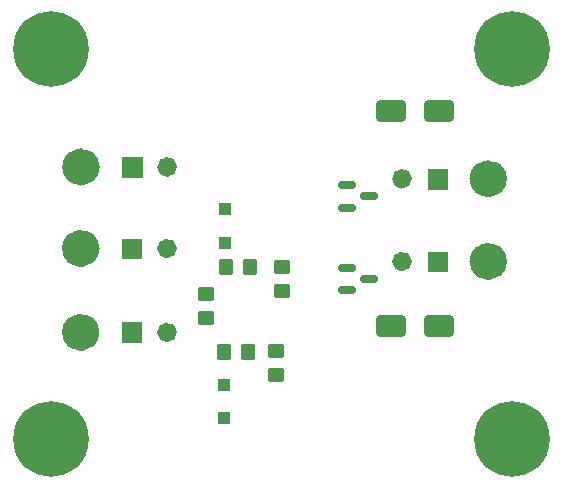
<source format=gbr>
%TF.GenerationSoftware,KiCad,Pcbnew,7.0.1*%
%TF.CreationDate,2023-05-02T18:28:53-06:00*%
%TF.ProjectId,contactor_controller,636f6e74-6163-4746-9f72-5f636f6e7472,rev?*%
%TF.SameCoordinates,Original*%
%TF.FileFunction,Soldermask,Top*%
%TF.FilePolarity,Negative*%
%FSLAX46Y46*%
G04 Gerber Fmt 4.6, Leading zero omitted, Abs format (unit mm)*
G04 Created by KiCad (PCBNEW 7.0.1) date 2023-05-02 18:28:53*
%MOMM*%
%LPD*%
G01*
G04 APERTURE LIST*
G04 Aperture macros list*
%AMRoundRect*
0 Rectangle with rounded corners*
0 $1 Rounding radius*
0 $2 $3 $4 $5 $6 $7 $8 $9 X,Y pos of 4 corners*
0 Add a 4 corners polygon primitive as box body*
4,1,4,$2,$3,$4,$5,$6,$7,$8,$9,$2,$3,0*
0 Add four circle primitives for the rounded corners*
1,1,$1+$1,$2,$3*
1,1,$1+$1,$4,$5*
1,1,$1+$1,$6,$7*
1,1,$1+$1,$8,$9*
0 Add four rect primitives between the rounded corners*
20,1,$1+$1,$2,$3,$4,$5,0*
20,1,$1+$1,$4,$5,$6,$7,0*
20,1,$1+$1,$6,$7,$8,$9,0*
20,1,$1+$1,$8,$9,$2,$3,0*%
G04 Aperture macros list end*
%ADD10C,0.836200*%
%ADD11C,1.576200*%
%ADD12C,0.010000*%
%ADD13RoundRect,0.250000X-0.300000X0.300000X-0.300000X-0.300000X0.300000X-0.300000X0.300000X0.300000X0*%
%ADD14RoundRect,0.250000X0.300000X-0.300000X0.300000X0.300000X-0.300000X0.300000X-0.300000X-0.300000X0*%
%ADD15RoundRect,0.250000X0.450000X-0.350000X0.450000X0.350000X-0.450000X0.350000X-0.450000X-0.350000X0*%
%ADD16RoundRect,0.250000X1.000000X0.650000X-1.000000X0.650000X-1.000000X-0.650000X1.000000X-0.650000X0*%
%ADD17C,3.000000*%
%ADD18RoundRect,0.150000X-0.587500X-0.150000X0.587500X-0.150000X0.587500X0.150000X-0.587500X0.150000X0*%
%ADD19C,0.800000*%
%ADD20C,6.400000*%
%ADD21RoundRect,0.250000X-0.450000X0.350000X-0.450000X-0.350000X0.450000X-0.350000X0.450000X0.350000X0*%
%ADD22RoundRect,0.250000X-0.350000X-0.450000X0.350000X-0.450000X0.350000X0.450000X-0.350000X0.450000X0*%
G04 APERTURE END LIST*
D10*
%TO.C,J3*%
X144818100Y-100500000D02*
G75*
G03*
X144818100Y-100500000I-418100J0D01*
G01*
D11*
X152488100Y-100500000D02*
G75*
G03*
X152488100Y-100500000I-788100J0D01*
G01*
D12*
X148236200Y-101336200D02*
X146563800Y-101336200D01*
X146563800Y-99663800D01*
X148236200Y-99663800D01*
X148236200Y-101336200D01*
G36*
X148236200Y-101336200D02*
G01*
X146563800Y-101336200D01*
X146563800Y-99663800D01*
X148236200Y-99663800D01*
X148236200Y-101336200D01*
G37*
D10*
%TO.C,J4*%
X144818100Y-93500000D02*
G75*
G03*
X144818100Y-93500000I-418100J0D01*
G01*
D11*
X152488100Y-93500000D02*
G75*
G03*
X152488100Y-93500000I-788100J0D01*
G01*
D12*
X148236200Y-94336200D02*
X146563800Y-94336200D01*
X146563800Y-92663800D01*
X148236200Y-92663800D01*
X148236200Y-94336200D01*
G36*
X148236200Y-94336200D02*
G01*
X146563800Y-94336200D01*
X146563800Y-92663800D01*
X148236200Y-92663800D01*
X148236200Y-94336200D01*
G37*
D10*
%TO.C,J6*%
X124918100Y-99400000D02*
G75*
G03*
X124918100Y-99400000I-418100J0D01*
G01*
D11*
X117988100Y-99400000D02*
G75*
G03*
X117988100Y-99400000I-788100J0D01*
G01*
D12*
X122336200Y-100236200D02*
X120663800Y-100236200D01*
X120663800Y-98563800D01*
X122336200Y-98563800D01*
X122336200Y-100236200D01*
G36*
X122336200Y-100236200D02*
G01*
X120663800Y-100236200D01*
X120663800Y-98563800D01*
X122336200Y-98563800D01*
X122336200Y-100236200D01*
G37*
D10*
%TO.C,J5*%
X124918100Y-106500000D02*
G75*
G03*
X124918100Y-106500000I-418100J0D01*
G01*
D11*
X117988100Y-106500000D02*
G75*
G03*
X117988100Y-106500000I-788100J0D01*
G01*
D12*
X122336200Y-107336200D02*
X120663800Y-107336200D01*
X120663800Y-105663800D01*
X122336200Y-105663800D01*
X122336200Y-107336200D01*
G36*
X122336200Y-107336200D02*
G01*
X120663800Y-107336200D01*
X120663800Y-105663800D01*
X122336200Y-105663800D01*
X122336200Y-107336200D01*
G37*
D10*
%TO.C,J1*%
X124928100Y-92500000D02*
G75*
G03*
X124928100Y-92500000I-418100J0D01*
G01*
D11*
X117998100Y-92500000D02*
G75*
G03*
X117998100Y-92500000I-788100J0D01*
G01*
D12*
X122346200Y-93336200D02*
X120673800Y-93336200D01*
X120673800Y-91663800D01*
X122346200Y-91663800D01*
X122346200Y-93336200D01*
G36*
X122346200Y-93336200D02*
G01*
X120673800Y-93336200D01*
X120673800Y-91663800D01*
X122346200Y-91663800D01*
X122346200Y-93336200D01*
G37*
%TD*%
D13*
%TO.C,D4*%
X129300000Y-111000000D03*
X129300000Y-113800000D03*
%TD*%
D14*
%TO.C,D3*%
X129400000Y-98900000D03*
X129400000Y-96100000D03*
%TD*%
D15*
%TO.C,R5*%
X127800000Y-105300000D03*
X127800000Y-103300000D03*
%TD*%
D16*
%TO.C,D2*%
X147500000Y-87800000D03*
X143500000Y-87800000D03*
%TD*%
D17*
%TO.C,J3*%
X151700000Y-100500000D03*
%TD*%
%TO.C,J4*%
X151700000Y-93500000D03*
%TD*%
D18*
%TO.C,Q1*%
X139725000Y-94050000D03*
X139725000Y-95950000D03*
X141600000Y-95000000D03*
%TD*%
D17*
%TO.C,J6*%
X117200000Y-99400000D03*
%TD*%
D19*
%TO.C,H4*%
X151300000Y-115500000D03*
X152002944Y-113802944D03*
X152002944Y-117197056D03*
X153700000Y-113100000D03*
D20*
X153700000Y-115500000D03*
D19*
X153700000Y-117900000D03*
X155397056Y-113802944D03*
X155397056Y-117197056D03*
X156100000Y-115500000D03*
%TD*%
D21*
%TO.C,R3*%
X133750000Y-108100000D03*
X133750000Y-110100000D03*
%TD*%
D18*
%TO.C,Q2*%
X139725000Y-101050000D03*
X139725000Y-102950000D03*
X141600000Y-102000000D03*
%TD*%
D21*
%TO.C,R4*%
X134200000Y-101000000D03*
X134200000Y-103000000D03*
%TD*%
D19*
%TO.C,H2*%
X112300000Y-115500000D03*
X113002944Y-113802944D03*
X113002944Y-117197056D03*
X114700000Y-113100000D03*
D20*
X114700000Y-115500000D03*
D19*
X114700000Y-117900000D03*
X116397056Y-113802944D03*
X116397056Y-117197056D03*
X117100000Y-115500000D03*
%TD*%
%TO.C,H3*%
X151300000Y-82500000D03*
X152002944Y-80802944D03*
X152002944Y-84197056D03*
X153700000Y-80100000D03*
D20*
X153700000Y-82500000D03*
D19*
X153700000Y-84900000D03*
X155397056Y-80802944D03*
X155397056Y-84197056D03*
X156100000Y-82500000D03*
%TD*%
D22*
%TO.C,R2*%
X129350000Y-108200000D03*
X131350000Y-108200000D03*
%TD*%
%TO.C,R1*%
X129500000Y-101000000D03*
X131500000Y-101000000D03*
%TD*%
D16*
%TO.C,D1*%
X147500000Y-106000000D03*
X143500000Y-106000000D03*
%TD*%
D17*
%TO.C,J5*%
X117200000Y-106500000D03*
%TD*%
%TO.C,J1*%
X117210000Y-92500000D03*
%TD*%
D19*
%TO.C,H1*%
X112300000Y-82500000D03*
X113002944Y-80802944D03*
X113002944Y-84197056D03*
X114700000Y-80100000D03*
D20*
X114700000Y-82500000D03*
D19*
X114700000Y-84900000D03*
X116397056Y-80802944D03*
X116397056Y-84197056D03*
X117100000Y-82500000D03*
%TD*%
M02*

</source>
